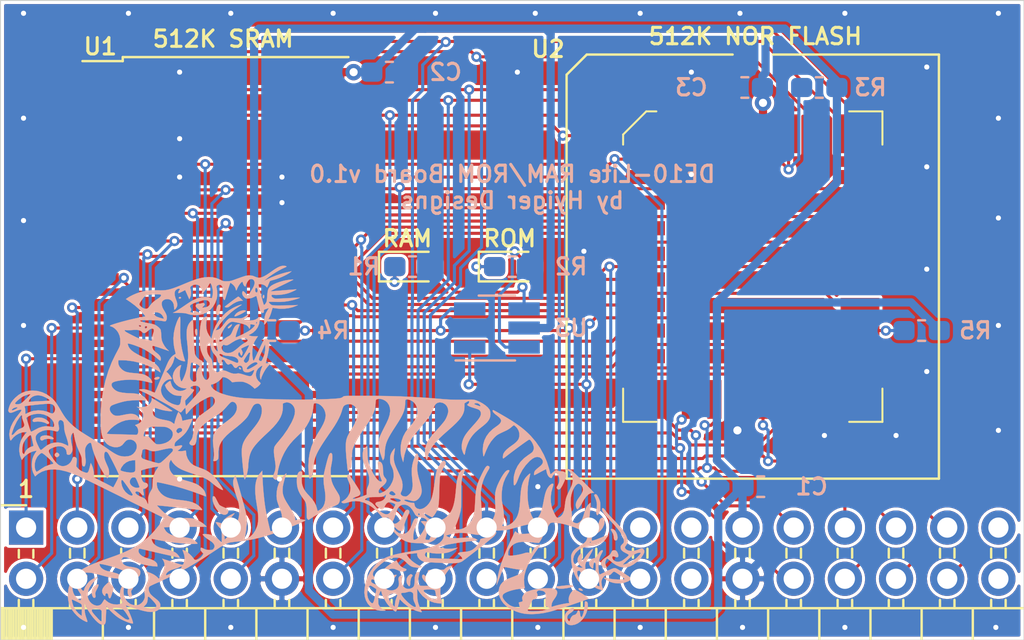
<source format=kicad_pcb>
(kicad_pcb (version 20171130) (host pcbnew "(5.1.4-0-10_14)")
  (layers (0 F.Cu signal hide) (31 B.Cu signal hide) (34 B.Paste user hide) (35 F.Paste user hide) (36 B.SilkS user) (37 F.SilkS user hide) (38 B.Mask user hide) (39 F.Mask user hide) (44 Edge.Cuts user))
  (net 0 "")
  (net 1 GND)
  (net 2 "Net-(D1-Pad2)")
  (net 3 "Net-(D1-Pad1)")
  (net 4 /D7)
  (net 5 /D6)
  (net 6 /D5)
  (net 7 /D4)
  (net 8 /D3)
  (net 9 /D2)
  (net 10 /D1)
  (net 11 /D0)
  (net 12 /~WR)
  (net 13 /~RD)
  (net 14 /ROM_~CE)
  (net 15 /RAM_~CE)
  (net 16 /A18)
  (net 17 /A17)
  (net 18 /A16)
  (net 19 /A15)
  (net 20 /A14)
  (net 21 /A13)
  (net 22 /A12)
  (net 23 /A11)
  (net 24 /A10)
  (net 25 /A9)
  (net 26 /A8)
  (net 27 /A7)
  (net 28 /A6)
  (net 29 /A5)
  (net 30 /A4)
  (net 31 /A3)
  (net 32 /A2)
  (net 33 /A1)
  (net 34 /A0)
  (net 35 VCC)
  (net 36 "Net-(D2-Pad2)")
  (net 37 "Net-(D2-Pad1)")
  (module Package_TO_SOT_SMD:SOT-23-6_Handsoldering (layer B.Cu) (at 145.288 127.762)
    (fp_text reference U3 (at 3.683 0) (layer B.SilkS) (effects (font (size 0.8128 0.8128) (thickness 0.1524)) (justify mirror)))
    (fp_text value 74LVC2G04)
    (pad 5 smd rect (at 1.35 0) (size 1.56 0.65) (layers B.Cu B.Paste B.Mask) (net 35 VCC))
    (pad 6 smd rect (at 1.35 0.95) (size 1.56 0.65) (layers B.Cu B.Paste B.Mask) (net 2 "Net-(D1-Pad2)"))
    (pad 4 smd rect (at 1.35 -0.95) (size 1.56 0.65) (layers B.Cu B.Paste B.Mask) (net 36 "Net-(D2-Pad2)"))
    (pad 3 smd rect (at -1.35 -0.95) (size 1.56 0.65) (layers B.Cu B.Paste B.Mask) (net 15 /RAM_~CE))
    (pad 2 smd rect (at -1.35 0) (size 1.56 0.65) (layers B.Cu B.Paste B.Mask) (net 1 GND))
    (pad 1 smd rect (at -1.35 0.95) (size 1.56 0.65) (layers B.Cu B.Paste B.Mask) (net 14 /ROM_~CE))
  )
  (module Resistor_SMD:R_0603_1608Metric_Pad1.05x0.95mm_HandSolder (layer B.Cu) (at 141.097 124.714 180)
    (fp_text reference R1 (at 2.413 0) (layer B.SilkS) (effects (font (size 0.8128 0.8128) (thickness 0.1524)) (justify mirror)))
    (fp_text value 360R)
    (pad 2 smd roundrect (at 0.875 0 180) (size 1.05 0.95) (layers B.Cu B.Paste B.Mask) (net 37 "Net-(D2-Pad1)"))
    (pad 1 smd roundrect (at -0.875 0 180) (size 1.05 0.95) (layers B.Cu B.Paste B.Mask) (net 1 GND))
  )
  (module LED_SMD:LED_0603_1608Metric_Pad1.05x0.95mm_HandSolder (layer F.Cu) (at 141.097 124.714)
    (fp_text reference D2 hide)
    (fp_text value GRN)
    (pad 2 smd roundrect (at 0.875 0) (size 1.05 0.95) (layers F.Cu F.Paste F.Mask) (net 36 "Net-(D2-Pad2)"))
    (pad 1 smd roundrect (at -0.875 0) (size 1.05 0.95) (layers F.Cu F.Paste F.Mask) (net 37 "Net-(D2-Pad1)"))
  )
  (module Logos:asian_tiger (layer F.Cu) (at 136.779 133.604)
    (fp_text reference G*** hide)
    (fp_text value LOGO hide)
  )
  (module Resistor_SMD:R_0603_1608Metric_Pad1.05x0.95mm_HandSolder (layer B.Cu) (at 166.37 127.889 180)
    (fp_text reference R5 (at -2.667 0) (layer B.SilkS) (effects (font (size 0.8128 0.8128) (thickness 0.1524)) (justify mirror)))
    (fp_text value 10K)
    (pad 2 smd roundrect (at 0.875 0 180) (size 1.05 0.95) (layers B.Cu B.Paste B.Mask) (net 14 /ROM_~CE))
    (pad 1 smd roundrect (at -0.875 0 180) (size 1.05 0.95) (layers B.Cu B.Paste B.Mask) (net 35 VCC))
  )
  (module Resistor_SMD:R_0603_1608Metric_Pad1.05x0.95mm_HandSolder (layer B.Cu) (at 134.112 127.889)
    (fp_text reference R4 (at 3.048 0) (layer B.SilkS) (effects (font (size 0.8128 0.8128) (thickness 0.1524)) (justify mirror)))
    (fp_text value 10K)
    (pad 2 smd roundrect (at 0.875 0) (size 1.05 0.95) (layers B.Cu B.Paste B.Mask) (net 15 /RAM_~CE))
    (pad 1 smd roundrect (at -0.875 0) (size 1.05 0.95) (layers B.Cu B.Paste B.Mask) (net 35 VCC))
  )
  (module Connector_PinSocket_2.54mm:PinSocket_2x20_P2.54mm_Horizontal (layer F.Cu) (at 121.92 137.668 90)
    (fp_text reference J1 hide)
    (fp_text value Conn_02x20_Odd_Even)
    (pad 40 thru_hole oval (at -2.54 48.26 90) (size 1.7 1.7) (drill 1) (layers *.Cu *.Mask))
    (pad 39 thru_hole oval (at 0 48.26 90) (size 1.7 1.7) (drill 1) (layers *.Cu *.Mask))
    (pad 38 thru_hole oval (at -2.54 45.72 90) (size 1.7 1.7) (drill 1) (layers *.Cu *.Mask) (net 4 /D7))
    (pad 37 thru_hole oval (at 0 45.72 90) (size 1.7 1.7) (drill 1) (layers *.Cu *.Mask) (net 5 /D6))
    (pad 36 thru_hole oval (at -2.54 43.18 90) (size 1.7 1.7) (drill 1) (layers *.Cu *.Mask) (net 6 /D5))
    (pad 35 thru_hole oval (at 0 43.18 90) (size 1.7 1.7) (drill 1) (layers *.Cu *.Mask) (net 7 /D4))
    (pad 34 thru_hole oval (at -2.54 40.64 90) (size 1.7 1.7) (drill 1) (layers *.Cu *.Mask) (net 8 /D3))
    (pad 33 thru_hole oval (at 0 40.64 90) (size 1.7 1.7) (drill 1) (layers *.Cu *.Mask) (net 9 /D2))
    (pad 32 thru_hole oval (at -2.54 38.1 90) (size 1.7 1.7) (drill 1) (layers *.Cu *.Mask) (net 10 /D1))
    (pad 31 thru_hole oval (at 0 38.1 90) (size 1.7 1.7) (drill 1) (layers *.Cu *.Mask) (net 11 /D0))
    (pad 30 thru_hole oval (at -2.54 35.56 90) (size 1.7 1.7) (drill 1) (layers *.Cu *.Mask) (net 1 GND))
    (pad 29 thru_hole oval (at 0 35.56 90) (size 1.7 1.7) (drill 1) (layers *.Cu *.Mask) (net 35 VCC))
    (pad 28 thru_hole oval (at -2.54 33.02 90) (size 1.7 1.7) (drill 1) (layers *.Cu *.Mask))
    (pad 27 thru_hole oval (at 0 33.02 90) (size 1.7 1.7) (drill 1) (layers *.Cu *.Mask))
    (pad 26 thru_hole oval (at -2.54 30.48 90) (size 1.7 1.7) (drill 1) (layers *.Cu *.Mask) (net 12 /~WR))
    (pad 25 thru_hole oval (at 0 30.48 90) (size 1.7 1.7) (drill 1) (layers *.Cu *.Mask))
    (pad 24 thru_hole oval (at -2.54 27.94 90) (size 1.7 1.7) (drill 1) (layers *.Cu *.Mask) (net 13 /~RD))
    (pad 23 thru_hole oval (at 0 27.94 90) (size 1.7 1.7) (drill 1) (layers *.Cu *.Mask) (net 14 /ROM_~CE))
    (pad 22 thru_hole oval (at -2.54 25.4 90) (size 1.7 1.7) (drill 1) (layers *.Cu *.Mask) (net 15 /RAM_~CE))
    (pad 21 thru_hole oval (at 0 25.4 90) (size 1.7 1.7) (drill 1) (layers *.Cu *.Mask) (net 16 /A18))
    (pad 20 thru_hole oval (at -2.54 22.86 90) (size 1.7 1.7) (drill 1) (layers *.Cu *.Mask) (net 17 /A17))
    (pad 19 thru_hole oval (at 0 22.86 90) (size 1.7 1.7) (drill 1) (layers *.Cu *.Mask) (net 18 /A16))
    (pad 18 thru_hole oval (at -2.54 20.32 90) (size 1.7 1.7) (drill 1) (layers *.Cu *.Mask) (net 19 /A15))
    (pad 17 thru_hole oval (at 0 20.32 90) (size 1.7 1.7) (drill 1) (layers *.Cu *.Mask) (net 20 /A14))
    (pad 16 thru_hole oval (at -2.54 17.78 90) (size 1.7 1.7) (drill 1) (layers *.Cu *.Mask) (net 21 /A13))
    (pad 15 thru_hole oval (at 0 17.78 90) (size 1.7 1.7) (drill 1) (layers *.Cu *.Mask) (net 22 /A12))
    (pad 14 thru_hole oval (at -2.54 15.24 90) (size 1.7 1.7) (drill 1) (layers *.Cu *.Mask) (net 23 /A11))
    (pad 13 thru_hole oval (at 0 15.24 90) (size 1.7 1.7) (drill 1) (layers *.Cu *.Mask) (net 24 /A10))
    (pad 12 thru_hole oval (at -2.54 12.7 90) (size 1.7 1.7) (drill 1) (layers *.Cu *.Mask) (net 1 GND))
    (pad 11 thru_hole oval (at 0 12.7 90) (size 1.7 1.7) (drill 1) (layers *.Cu *.Mask))
    (pad 10 thru_hole oval (at -2.54 10.16 90) (size 1.7 1.7) (drill 1) (layers *.Cu *.Mask) (net 25 /A9))
    (pad 9 thru_hole oval (at 0 10.16 90) (size 1.7 1.7) (drill 1) (layers *.Cu *.Mask) (net 26 /A8))
    (pad 8 thru_hole oval (at -2.54 7.62 90) (size 1.7 1.7) (drill 1) (layers *.Cu *.Mask) (net 27 /A7))
    (pad 7 thru_hole oval (at 0 7.62 90) (size 1.7 1.7) (drill 1) (layers *.Cu *.Mask) (net 28 /A6))
    (pad 6 thru_hole oval (at -2.54 5.08 90) (size 1.7 1.7) (drill 1) (layers *.Cu *.Mask) (net 29 /A5))
    (pad 5 thru_hole oval (at 0 5.08 90) (size 1.7 1.7) (drill 1) (layers *.Cu *.Mask) (net 30 /A4))
    (pad 4 thru_hole oval (at -2.54 2.54 90) (size 1.7 1.7) (drill 1) (layers *.Cu *.Mask) (net 31 /A3))
    (pad 3 thru_hole oval (at 0 2.54 90) (size 1.7 1.7) (drill 1) (layers *.Cu *.Mask) (net 32 /A2))
    (pad 2 thru_hole oval (at -2.54 0 90) (size 1.7 1.7) (drill 1) (layers *.Cu *.Mask) (net 33 /A1))
    (pad 1 thru_hole rect (at 0 0 90) (size 1.7 1.7) (drill 1) (layers *.Cu *.Mask) (net 34 /A0))
  )
  (module Package_LCC:PLCC-32_SMD-Socket (layer F.Cu) (at 157.988 124.714)
    (fp_text reference U2 (at -10.16 -10.795) (layer F.SilkS) (effects (font (size 0.8128 0.8128) (thickness 0.1524))))
    (fp_text value SST39SF040)
    (pad 28 smd rect (at 5.3225 -4.445) (size 1.925 0.7) (layers F.Cu F.Paste F.Mask) (net 21 /A13))
    (pad 27 smd rect (at 5.3225 -3.175) (size 1.925 0.7) (layers F.Cu F.Paste F.Mask) (net 26 /A8))
    (pad 26 smd rect (at 5.3225 -1.905) (size 1.925 0.7) (layers F.Cu F.Paste F.Mask) (net 25 /A9))
    (pad 25 smd rect (at 5.3225 -0.635) (size 1.925 0.7) (layers F.Cu F.Paste F.Mask) (net 23 /A11))
    (pad 24 smd rect (at 5.3225 0.635) (size 1.925 0.7) (layers F.Cu F.Paste F.Mask) (net 13 /~RD))
    (pad 23 smd rect (at 5.3225 1.905) (size 1.925 0.7) (layers F.Cu F.Paste F.Mask) (net 24 /A10))
    (pad 22 smd rect (at 5.3225 3.175) (size 1.925 0.7) (layers F.Cu F.Paste F.Mask) (net 14 /ROM_~CE))
    (pad 21 smd rect (at 5.3225 4.445) (size 1.925 0.7) (layers F.Cu F.Paste F.Mask) (net 4 /D7))
    (pad 20 smd rect (at 4.445 6.5925) (size 0.7 1.925) (layers F.Cu F.Paste F.Mask) (net 5 /D6))
    (pad 19 smd rect (at 3.175 6.5925) (size 0.7 1.925) (layers F.Cu F.Paste F.Mask) (net 6 /D5))
    (pad 18 smd rect (at 1.905 6.5925) (size 0.7 1.925) (layers F.Cu F.Paste F.Mask) (net 7 /D4))
    (pad 17 smd rect (at 0.635 6.5925) (size 0.7 1.925) (layers F.Cu F.Paste F.Mask) (net 8 /D3))
    (pad 16 smd rect (at -0.635 6.5925) (size 0.7 1.925) (layers F.Cu F.Paste F.Mask) (net 1 GND))
    (pad 15 smd rect (at -1.905 6.5925) (size 0.7 1.925) (layers F.Cu F.Paste F.Mask) (net 9 /D2))
    (pad 14 smd rect (at -3.175 6.5925) (size 0.7 1.925) (layers F.Cu F.Paste F.Mask) (net 10 /D1))
    (pad 13 smd rect (at -4.445 6.5925) (size 0.7 1.925) (layers F.Cu F.Paste F.Mask) (net 11 /D0))
    (pad 12 smd rect (at -5.3225 4.445) (size 1.925 0.7) (layers F.Cu F.Paste F.Mask) (net 34 /A0))
    (pad 11 smd rect (at -5.3225 3.175) (size 1.925 0.7) (layers F.Cu F.Paste F.Mask) (net 33 /A1))
    (pad 10 smd rect (at -5.3225 1.905) (size 1.925 0.7) (layers F.Cu F.Paste F.Mask) (net 32 /A2))
    (pad 9 smd rect (at -5.3225 0.635) (size 1.925 0.7) (layers F.Cu F.Paste F.Mask) (net 31 /A3))
    (pad 8 smd rect (at -5.3225 -0.635) (size 1.925 0.7) (layers F.Cu F.Paste F.Mask) (net 30 /A4))
    (pad 7 smd rect (at -5.3225 -1.905) (size 1.925 0.7) (layers F.Cu F.Paste F.Mask) (net 29 /A5))
    (pad 6 smd rect (at -5.3225 -3.175) (size 1.925 0.7) (layers F.Cu F.Paste F.Mask) (net 28 /A6))
    (pad 5 smd rect (at -5.3225 -4.445) (size 1.925 0.7) (layers F.Cu F.Paste F.Mask) (net 27 /A7))
    (pad 29 smd rect (at 4.445 -6.5925) (size 0.7 1.925) (layers F.Cu F.Paste F.Mask) (net 20 /A14))
    (pad 30 smd rect (at 3.175 -6.5925) (size 0.7 1.925) (layers F.Cu F.Paste F.Mask) (net 17 /A17))
    (pad 31 smd rect (at 1.905 -6.5925) (size 0.7 1.925) (layers F.Cu F.Paste F.Mask) (net 12 /~WR))
    (pad 32 smd rect (at 0.635 -6.5925) (size 0.7 1.925) (layers F.Cu F.Paste F.Mask) (net 35 VCC))
    (pad 4 smd rect (at -4.445 -6.5925) (size 0.7 1.925) (layers F.Cu F.Paste F.Mask) (net 22 /A12))
    (pad 3 smd rect (at -3.175 -6.5925) (size 0.7 1.925) (layers F.Cu F.Paste F.Mask) (net 19 /A15))
    (pad 2 smd rect (at -1.905 -6.5925) (size 0.7 1.925) (layers F.Cu F.Paste F.Mask) (net 18 /A16))
    (pad 1 smd rect (at -0.635 -6.5925) (size 0.7 1.925) (layers F.Cu F.Paste F.Mask) (net 16 /A18))
  )
  (module Package_SO:TSOP-II-32_21.0x10.2mm_P1.27mm (layer F.Cu) (at 131.318 124.714)
    (fp_text reference U1 (at -5.715 -10.922) (layer F.SilkS) (effects (font (size 0.8128 0.8128) (thickness 0.1524))))
    (fp_text value IS61C5128AS-25TLI)
    (pad 32 smd rect (at 5.6 -9.525) (size 1.6 0.6) (layers F.Cu F.Paste F.Mask) (net 35 VCC))
    (pad 31 smd rect (at 5.6 -8.255) (size 1.6 0.6) (layers F.Cu F.Paste F.Mask) (net 19 /A15))
    (pad 30 smd rect (at 5.6 -6.985) (size 1.6 0.6) (layers F.Cu F.Paste F.Mask) (net 16 /A18))
    (pad 29 smd rect (at 5.6 -5.715) (size 1.6 0.6) (layers F.Cu F.Paste F.Mask) (net 12 /~WR))
    (pad 28 smd rect (at 5.6 -4.445) (size 1.6 0.6) (layers F.Cu F.Paste F.Mask) (net 21 /A13))
    (pad 27 smd rect (at 5.6 -3.175) (size 1.6 0.6) (layers F.Cu F.Paste F.Mask) (net 26 /A8))
    (pad 26 smd rect (at 5.6 -1.905) (size 1.6 0.6) (layers F.Cu F.Paste F.Mask) (net 25 /A9))
    (pad 25 smd rect (at 5.6 -0.625) (size 1.6 0.6) (layers F.Cu F.Paste F.Mask) (net 23 /A11))
    (pad 24 smd rect (at 5.6 0.625) (size 1.6 0.6) (layers F.Cu F.Paste F.Mask) (net 13 /~RD))
    (pad 23 smd rect (at 5.6 1.905) (size 1.6 0.6) (layers F.Cu F.Paste F.Mask) (net 24 /A10))
    (pad 22 smd rect (at 5.6 3.175) (size 1.6 0.6) (layers F.Cu F.Paste F.Mask) (net 15 /RAM_~CE))
    (pad 21 smd rect (at 5.6 4.445) (size 1.6 0.6) (layers F.Cu F.Paste F.Mask) (net 4 /D7))
    (pad 20 smd rect (at 5.6 5.715) (size 1.6 0.6) (layers F.Cu F.Paste F.Mask) (net 5 /D6))
    (pad 19 smd rect (at 5.6 6.985) (size 1.6 0.6) (layers F.Cu F.Paste F.Mask) (net 6 /D5))
    (pad 18 smd rect (at 5.6 8.255) (size 1.6 0.6) (layers F.Cu F.Paste F.Mask) (net 7 /D4))
    (pad 17 smd rect (at 5.6 9.525) (size 1.6 0.6) (layers F.Cu F.Paste F.Mask) (net 8 /D3))
    (pad 16 smd rect (at -5.6 9.525) (size 1.6 0.6) (layers F.Cu F.Paste F.Mask) (net 1 GND))
    (pad 15 smd rect (at -5.6 8.255) (size 1.6 0.6) (layers F.Cu F.Paste F.Mask) (net 9 /D2))
    (pad 14 smd rect (at -5.6 6.985) (size 1.6 0.6) (layers F.Cu F.Paste F.Mask) (net 10 /D1))
    (pad 13 smd rect (at -5.6 5.715) (size 1.6 0.6) (layers F.Cu F.Paste F.Mask) (net 11 /D0))
    (pad 12 smd rect (at -5.6 4.445) (size 1.6 0.6) (layers F.Cu F.Paste F.Mask) (net 34 /A0))
    (pad 11 smd rect (at -5.6 3.175) (size 1.6 0.6) (layers F.Cu F.Paste F.Mask) (net 33 /A1))
    (pad 10 smd rect (at -5.6 1.905) (size 1.6 0.6) (layers F.Cu F.Paste F.Mask) (net 32 /A2))
    (pad 9 smd rect (at -5.6 0.625) (size 1.6 0.6) (layers F.Cu F.Paste F.Mask) (net 31 /A3))
    (pad 8 smd rect (at -5.6 -0.625) (size 1.6 0.6) (layers F.Cu F.Paste F.Mask) (net 30 /A4))
    (pad 7 smd rect (at -5.6 -1.905) (size 1.6 0.6) (layers F.Cu F.Paste F.Mask) (net 29 /A5))
    (pad 6 smd rect (at -5.6 -3.175) (size 1.6 0.6) (layers F.Cu F.Paste F.Mask) (net 28 /A6))
    (pad 5 smd rect (at -5.6 -4.445) (size 1.6 0.6) (layers F.Cu F.Paste F.Mask) (net 27 /A7))
    (pad 4 smd rect (at -5.6 -5.715) (size 1.6 0.6) (layers F.Cu F.Paste F.Mask) (net 22 /A12))
    (pad 3 smd rect (at -5.6 -6.985) (size 1.6 0.6) (layers F.Cu F.Paste F.Mask) (net 20 /A14))
    (pad 2 smd rect (at -5.6 -8.255) (size 1.6 0.6) (layers F.Cu F.Paste F.Mask) (net 18 /A16))
    (pad 1 smd rect (at -5.6 -9.525) (size 1.6 0.6) (layers F.Cu F.Paste F.Mask) (net 17 /A17))
  )
  (module Resistor_SMD:R_0603_1608Metric_Pad1.05x0.95mm_HandSolder (layer B.Cu) (at 161.29 115.824 180)
    (fp_text reference R3 (at -2.54 0) (layer B.SilkS) (effects (font (size 0.8128 0.8128) (thickness 0.1524)) (justify mirror)))
    (fp_text value 10K)
    (pad 2 smd roundrect (at 0.875 0 180) (size 1.05 0.95) (layers B.Cu B.Paste B.Mask) (net 12 /~WR))
    (pad 1 smd roundrect (at -0.875 0 180) (size 1.05 0.95) (layers B.Cu B.Paste B.Mask) (net 35 VCC))
  )
  (module Resistor_SMD:R_0603_1608Metric_Pad1.05x0.95mm_HandSolder (layer B.Cu) (at 146.05 124.714 180)
    (fp_text reference R2 (at -2.921 0) (layer B.SilkS) (effects (font (size 0.8128 0.8128) (thickness 0.1524)) (justify mirror)))
    (fp_text value 360R)
    (pad 2 smd roundrect (at 0.875 0 180) (size 1.05 0.95) (layers B.Cu B.Paste B.Mask) (net 3 "Net-(D1-Pad1)"))
    (pad 1 smd roundrect (at -0.875 0 180) (size 1.05 0.95) (layers B.Cu B.Paste B.Mask) (net 1 GND))
  )
  (module LED_SMD:LED_0603_1608Metric_Pad1.05x0.95mm_HandSolder (layer F.Cu) (at 146.05 124.714)
    (fp_text reference D1 hide)
    (fp_text value GRN)
    (pad 2 smd roundrect (at 0.875 0) (size 1.05 0.95) (layers F.Cu F.Paste F.Mask) (net 2 "Net-(D1-Pad2)"))
    (pad 1 smd roundrect (at -0.875 0) (size 1.05 0.95) (layers F.Cu F.Paste F.Mask) (net 3 "Net-(D1-Pad1)"))
  )
  (module Capacitor_SMD:C_0603_1608Metric_Pad1.05x0.95mm_HandSolder (layer B.Cu) (at 157.593 115.824 180)
    (fp_text reference C3 (at 2.653 0) (layer B.SilkS) (effects (font (size 0.8128 0.8128) (thickness 0.1524)) (justify mirror)))
    (fp_text value 100nF)
    (pad 2 smd roundrect (at 0.875 0 180) (size 1.05 0.95) (layers B.Cu B.Paste B.Mask) (net 1 GND))
    (pad 1 smd roundrect (at -0.875 0 180) (size 1.05 0.95) (layers B.Cu B.Paste B.Mask) (net 35 VCC))
  )
  (module Capacitor_SMD:C_0603_1608Metric_Pad1.05x0.95mm_HandSolder (layer B.Cu) (at 139.954 115.062)
    (fp_text reference C2 (at 2.794 0) (layer B.SilkS) (effects (font (size 0.8128 0.8128) (thickness 0.1524)) (justify mirror)))
    (fp_text value 100nF)
    (pad 2 smd roundrect (at 0.875 0) (size 1.05 0.95) (layers B.Cu B.Paste B.Mask) (net 1 GND))
    (pad 1 smd roundrect (at -0.875 0) (size 1.05 0.95) (layers B.Cu B.Paste B.Mask) (net 35 VCC))
  )
  (module Capacitor_SMD:C_0603_1608Metric_Pad1.05x0.95mm_HandSolder (layer B.Cu) (at 158.383 135.636)
    (fp_text reference C1 (at 2.526 0) (layer B.SilkS) (effects (font (size 0.8128 0.8128) (thickness 0.1524)) (justify mirror)))
    (fp_text value 100nF)
    (pad 2 smd roundrect (at 0.875 0) (size 1.05 0.95) (layers B.Cu B.Paste B.Mask) (net 1 GND))
    (pad 1 smd roundrect (at -0.875 0) (size 1.05 0.95) (layers B.Cu B.Paste B.Mask) (net 35 VCC))
  )
  (gr_text RAM (at 140.843 123.317) (layer F.SilkS) (effects (font (size 0.8128 0.8128) (thickness 0.1524))))
  (gr_text "DE10-Lite RAM/ROM Board v1.0\nby Hyiger Designs" (at 146.05 120.777) (layer B.SilkS) (effects (font (size 0.8128 0.8128) (thickness 0.1524)) (justify mirror)))
  (gr_text 1 (at 121.92 135.763) (layer F.SilkS) (effects (font (size 0.8128 0.8128) (thickness 0.1524))))
  (gr_text "512K NOR FLASH" (at 158.115 113.284) (layer F.SilkS) (effects (font (size 0.8128 0.8128) (thickness 0.1524))))
  (gr_text "512K SRAM" (at 131.699 113.411) (layer F.SilkS) (effects (font (size 0.8128 0.8128) (thickness 0.1524))))
  (gr_text ROM (at 145.923 123.317) (layer F.SilkS) (effects (font (size 0.8128 0.8128) (thickness 0.1524))))
  (gr_line (start 171.45 143.256) (end 120.65 143.256) (layer Edge.Cuts) (width 0.05))
  (gr_line (start 171.45 111.506) (end 171.45 143.256) (layer Edge.Cuts) (width 0.05))
  (gr_line (start 120.65 111.506) (end 171.45 111.506) (layer Edge.Cuts) (width 0.05))
  (gr_line (start 120.65 143.256) (end 120.65 111.506) (layer Edge.Cuts) (width 0.05))
  (segment (start 158.685601 136.208399) (end 159.258 135.636) (width 0.4064) (layer B.Cu) (net 1))
  (segment (start 158.685601 139.002399) (end 158.685601 136.208399) (width 0.4064) (layer B.Cu) (net 1))
  (segment (start 157.48 140.208) (end 158.685601 139.002399) (width 0.4064) (layer B.Cu) (net 1))
  (via (at 157.226 132.842) (size 0.8128) (drill 0.4064) (layers F.Cu B.Cu) (net 1))
  (segment (start 157.353 132.715) (end 157.226 132.842) (width 0.4064) (layer F.Cu) (net 1))
  (segment (start 157.353 131.3065) (end 157.353 132.715) (width 0.4064) (layer F.Cu) (net 1))
  (via (at 165.1 133.096) (size 0.508) (drill 0.254) (layers F.Cu B.Cu) (net 1))
  (via (at 129.54 115.062) (size 0.508) (drill 0.254) (layers F.Cu B.Cu) (net 1))
  (via (at 154.94 115.062) (size 0.508) (drill 0.254) (layers F.Cu B.Cu) (net 1))
  (via (at 129.54 118.364) (size 0.508) (drill 0.254) (layers F.Cu B.Cu) (net 1))
  (via (at 154.94 120.142) (size 0.508) (drill 0.254) (layers F.Cu B.Cu) (net 1))
  (via (at 134.62 120.269) (size 0.508) (drill 0.254) (layers F.Cu B.Cu) (net 1))
  (via (at 134.62 121.539) (size 0.508) (drill 0.254) (layers F.Cu B.Cu) (net 1))
  (via (at 161.544 133.096) (size 0.508) (drill 0.254) (layers F.Cu B.Cu) (net 1))
  (via (at 149.606 123.952) (size 0.508) (drill 0.254) (layers F.Cu B.Cu) (net 1))
  (via (at 147.32 135.636) (size 0.508) (drill 0.254) (layers F.Cu B.Cu) (net 1))
  (via (at 170.18 112.141) (size 0.508) (drill 0.254) (layers F.Cu B.Cu) (net 1))
  (via (at 121.793 112.141) (size 0.508) (drill 0.254) (layers F.Cu B.Cu) (net 1))
  (via (at 142.24 112.141) (size 0.508) (drill 0.254) (layers F.Cu B.Cu) (net 1))
  (via (at 170.053 142.621) (size 0.508) (drill 0.254) (layers F.Cu B.Cu) (net 1))
  (via (at 121.793 142.621) (size 0.508) (drill 0.254) (layers F.Cu B.Cu) (net 1))
  (via (at 147.32 142.621) (size 0.508) (drill 0.254) (layers F.Cu B.Cu) (net 1))
  (via (at 132.08 112.141) (size 0.508) (drill 0.254) (layers F.Cu B.Cu) (net 1))
  (via (at 170.18 117.348) (size 0.508) (drill 0.254) (layers F.Cu B.Cu) (net 1))
  (via (at 137.16 112.141) (size 0.508) (drill 0.254) (layers F.Cu B.Cu) (net 1))
  (via (at 170.18 122.301) (size 0.508) (drill 0.254) (layers F.Cu B.Cu) (net 1))
  (via (at 127 112.141) (size 0.508) (drill 0.254) (layers F.Cu B.Cu) (net 1))
  (via (at 170.18 127.635) (size 0.508) (drill 0.254) (layers F.Cu B.Cu) (net 1))
  (via (at 152.4 142.621) (size 0.508) (drill 0.254) (layers F.Cu B.Cu) (net 1))
  (via (at 170.18 132.842) (size 0.508) (drill 0.254) (layers F.Cu B.Cu) (net 1))
  (via (at 157.48 142.621) (size 0.508) (drill 0.254) (layers F.Cu B.Cu) (net 1))
  (via (at 121.793 117.348) (size 0.508) (drill 0.254) (layers F.Cu B.Cu) (net 1))
  (via (at 121.793 122.428) (size 0.508) (drill 0.254) (layers F.Cu B.Cu) (net 1))
  (via (at 121.793 127.635) (size 0.508) (drill 0.254) (layers F.Cu B.Cu) (net 1))
  (via (at 127 142.621) (size 0.508) (drill 0.254) (layers F.Cu B.Cu) (net 1))
  (via (at 132.08 142.621) (size 0.508) (drill 0.254) (layers F.Cu B.Cu) (net 1))
  (via (at 137.16 142.621) (size 0.508) (drill 0.254) (layers F.Cu B.Cu) (net 1))
  (via (at 142.24 142.621) (size 0.508) (drill 0.254) (layers F.Cu B.Cu) (net 1))
  (via (at 162.56 142.621) (size 0.508) (drill 0.254) (layers F.Cu B.Cu) (net 1))
  (via (at 147.193 112.141) (size 0.508) (drill 0.254) (layers F.Cu B.Cu) (net 1))
  (via (at 152.4 112.141) (size 0.508) (drill 0.254) (layers F.Cu B.Cu) (net 1))
  (via (at 157.353 112.141) (size 0.508) (drill 0.254) (layers F.Cu B.Cu) (net 1))
  (via (at 162.56 112.141) (size 0.508) (drill 0.254) (layers F.Cu B.Cu) (net 1))
  (segment (start 157.48 135.664) (end 157.508 135.636) (width 0.4064) (layer B.Cu) (net 35))
  (segment (start 157.48 137.668) (end 157.48 135.664) (width 0.4064) (layer B.Cu) (net 35))
  (via (at 138.176 115.062) (size 0.8128) (drill 0.4064) (layers F.Cu B.Cu) (net 35))
  (segment (start 139.079 115.062) (end 138.176 115.062) (width 0.4064) (layer B.Cu) (net 35))
  (segment (start 137.045 115.062) (end 136.918 115.189) (width 0.4064) (layer F.Cu) (net 35))
  (segment (start 138.176 115.062) (end 137.045 115.062) (width 0.4064) (layer F.Cu) (net 35))
  (via (at 158.496 116.586) (size 0.8128) (drill 0.4064) (layers F.Cu B.Cu) (net 35))
  (segment (start 158.468 116.558) (end 158.496 116.586) (width 0.4064) (layer B.Cu) (net 35))
  (segment (start 158.468 115.824) (end 158.468 116.558) (width 0.4064) (layer B.Cu) (net 35))
  (segment (start 158.496 117.9945) (end 158.623 118.1215) (width 0.4064) (layer F.Cu) (net 35))
  (segment (start 158.496 116.586) (end 158.496 117.9945) (width 0.4064) (layer F.Cu) (net 35))
  (segment (start 141.111 113.03) (end 139.079 115.062) (width 0.4064) (layer B.Cu) (net 35))
  (segment (start 141.111 113.03) (end 139.578072 114.562928) (width 0.4064) (layer B.Cu) (net 35))
  (segment (start 156.21 126.492) (end 162.165 120.537) (width 0.4064) (layer B.Cu) (net 35))
  (segment (start 156.21 134.338) (end 156.21 126.492) (width 0.4064) (layer B.Cu) (net 35))
  (segment (start 157.508 135.636) (end 156.21 134.338) (width 0.4064) (layer B.Cu) (net 35))
  (segment (start 162.165 120.537) (end 162.165 115.824) (width 0.4064) (layer B.Cu) (net 35))
  (segment (start 141.238 112.903) (end 141.111 113.03) (width 0.4064) (layer B.Cu) (net 35))
  (segment (start 157.861 112.903) (end 148.209 112.903) (width 0.4064) (layer B.Cu) (net 35))
  (segment (start 159.5685 112.903) (end 158.623 112.903) (width 0.4064) (layer B.Cu) (net 35))
  (segment (start 162.165 115.4995) (end 162.165 115.824) (width 0.4064) (layer B.Cu) (net 35))
  (segment (start 159.5685 112.903) (end 162.165 115.4995) (width 0.4064) (layer B.Cu) (net 35))
  (segment (start 141.732 112.903) (end 159.5685 112.903) (width 0.4064) (layer B.Cu) (net 35))
  (segment (start 158.623 115.094) (end 158.623 112.903) (width 0.4064) (layer B.Cu) (net 35))
  (segment (start 158.468 115.249) (end 158.623 115.094) (width 0.4064) (layer B.Cu) (net 35))
  (segment (start 158.468 115.824) (end 158.468 115.249) (width 0.4064) (layer B.Cu) (net 35))
  (segment (start 133.237 127.889) (end 133.237 113.143) (width 0.4064) (layer B.Cu) (net 35))
  (segment (start 133.477 112.903) (end 141.732 112.903) (width 0.4064) (layer B.Cu) (net 35))
  (segment (start 133.237 113.143) (end 133.477 112.903) (width 0.4064) (layer B.Cu) (net 35))
  (segment (start 141.732 112.903) (end 141.238 112.903) (width 0.4064) (layer B.Cu) (net 35))
  (segment (start 165.848 126.492) (end 156.21 126.492) (width 0.4064) (layer B.Cu) (net 35))
  (segment (start 167.245 127.889) (end 165.848 126.492) (width 0.4064) (layer B.Cu) (net 35))
  (via (at 144.272 124.714) (size 0.508) (drill 0.254) (layers F.Cu B.Cu) (net 3))
  (segment (start 145.175 124.714) (end 144.272 124.714) (width 0.1524) (layer B.Cu) (net 3))
  (segment (start 144.272 124.714) (end 145.175 124.714) (width 0.1524) (layer F.Cu) (net 3))
  (segment (start 150.941518 129.159) (end 151.520119 128.580399) (width 0.1524) (layer F.Cu) (net 4))
  (segment (start 161.616999 128.580399) (end 162.1956 129.159) (width 0.1524) (layer F.Cu) (net 4))
  (segment (start 151.520119 128.580399) (end 161.616999 128.580399) (width 0.1524) (layer F.Cu) (net 4))
  (segment (start 162.1956 129.159) (end 163.3105 129.159) (width 0.1524) (layer F.Cu) (net 4))
  (segment (start 136.918 129.159) (end 150.941518 129.159) (width 0.1524) (layer F.Cu) (net 4))
  (segment (start 168.718601 135.069501) (end 163.3105 129.6614) (width 0.1524) (layer F.Cu) (net 4))
  (segment (start 168.718601 139.129399) (end 168.718601 135.069501) (width 0.1524) (layer F.Cu) (net 4))
  (segment (start 163.3105 129.6614) (end 163.3105 129.159) (width 0.1524) (layer F.Cu) (net 4))
  (segment (start 167.64 140.208) (end 168.718601 139.129399) (width 0.1524) (layer F.Cu) (net 4))
  (segment (start 161.482189 129.743189) (end 162.433 130.694) (width 0.1524) (layer F.Cu) (net 5))
  (segment (start 152.646451 130.048) (end 152.951262 129.743189) (width 0.1524) (layer F.Cu) (net 5))
  (segment (start 152.951262 129.743189) (end 161.482189 129.743189) (width 0.1524) (layer F.Cu) (net 5))
  (segment (start 137.299 130.048) (end 152.646451 130.048) (width 0.1524) (layer F.Cu) (net 5))
  (segment (start 162.433 130.694) (end 162.433 131.3065) (width 0.1524) (layer F.Cu) (net 5))
  (segment (start 136.918 130.429) (end 137.299 130.048) (width 0.1524) (layer F.Cu) (net 5))
  (segment (start 162.433 132.715) (end 162.433 131.3065) (width 0.1524) (layer F.Cu) (net 5))
  (segment (start 167.386 137.668) (end 162.433 132.715) (width 0.1524) (layer F.Cu) (net 5))
  (segment (start 167.64 137.668) (end 167.386 137.668) (width 0.1524) (layer F.Cu) (net 5))
  (segment (start 161.163 131.919) (end 161.163 131.3065) (width 0.1524) (layer F.Cu) (net 6))
  (segment (start 166.178601 136.934601) (end 161.163 131.919) (width 0.1524) (layer F.Cu) (net 6))
  (segment (start 166.178601 139.129399) (end 166.178601 136.934601) (width 0.1524) (layer F.Cu) (net 6))
  (segment (start 165.1 140.208) (end 166.178601 139.129399) (width 0.1524) (layer F.Cu) (net 6))
  (segment (start 153.077518 130.048) (end 160.517 130.048) (width 0.1524) (layer F.Cu) (net 6))
  (segment (start 151.172518 131.953) (end 153.077518 130.048) (width 0.1524) (layer F.Cu) (net 6))
  (segment (start 160.517 130.048) (end 161.163 130.694) (width 0.1524) (layer F.Cu) (net 6))
  (segment (start 137.172 131.953) (end 151.172518 131.953) (width 0.1524) (layer F.Cu) (net 6))
  (segment (start 161.163 130.694) (end 161.163 131.3065) (width 0.1524) (layer F.Cu) (net 6))
  (segment (start 136.918 131.699) (end 137.172 131.953) (width 0.1524) (layer F.Cu) (net 6))
  (segment (start 159.893 132.461) (end 159.893 131.3065) (width 0.1524) (layer F.Cu) (net 7))
  (segment (start 165.1 137.668) (end 159.893 132.461) (width 0.1524) (layer F.Cu) (net 7))
  (segment (start 154.247454 133.242835) (end 154.609105 133.242835) (width 0.1524) (layer F.Cu) (net 7))
  (segment (start 154.934055 133.567785) (end 158.244215 133.567785) (width 0.1524) (layer F.Cu) (net 7))
  (segment (start 154.609105 133.242835) (end 154.934055 133.567785) (width 0.1524) (layer F.Cu) (net 7))
  (segment (start 159.893 131.919) (end 159.893 131.3065) (width 0.1524) (layer F.Cu) (net 7))
  (segment (start 136.918 132.969) (end 153.973619 132.969) (width 0.1524) (layer F.Cu) (net 7))
  (segment (start 153.973619 132.969) (end 154.247454 133.242835) (width 0.1524) (layer F.Cu) (net 7))
  (segment (start 158.244215 133.567785) (end 159.893 131.919) (width 0.1524) (layer F.Cu) (net 7))
  (via (at 158.75 134.366) (size 0.508) (drill 0.254) (layers F.Cu B.Cu) (net 8))
  (via (at 158.496 132.588) (size 0.508) (drill 0.254) (layers F.Cu B.Cu) (net 8))
  (segment (start 158.496 131.4335) (end 158.623 131.3065) (width 0.1524) (layer F.Cu) (net 8))
  (segment (start 158.496 132.588) (end 158.496 131.4335) (width 0.1524) (layer F.Cu) (net 8))
  (segment (start 160.85433 134.366) (end 158.75 134.366) (width 0.1524) (layer F.Cu) (net 8))
  (segment (start 163.638601 137.150271) (end 160.85433 134.366) (width 0.1524) (layer F.Cu) (net 8))
  (segment (start 163.638601 139.129399) (end 163.638601 137.150271) (width 0.1524) (layer F.Cu) (net 8))
  (segment (start 162.56 140.208) (end 163.638601 139.129399) (width 0.1524) (layer F.Cu) (net 8))
  (segment (start 155.630872 134.112001) (end 158.496001 134.112001) (width 0.1524) (layer F.Cu) (net 8))
  (segment (start 158.496001 134.112001) (end 158.75 134.366) (width 0.1524) (layer F.Cu) (net 8))
  (segment (start 155.503873 134.239) (end 155.630872 134.112001) (width 0.1524) (layer F.Cu) (net 8))
  (segment (start 136.918 134.239) (end 155.503873 134.239) (width 0.1524) (layer F.Cu) (net 8))
  (segment (start 158.75 132.842) (end 158.496 132.588) (width 0.1524) (layer B.Cu) (net 8))
  (segment (start 158.75 134.366) (end 158.75 132.842) (width 0.1524) (layer B.Cu) (net 8))
  (via (at 155.720997 134.702007) (size 0.508) (drill 0.254) (layers F.Cu B.Cu) (net 9))
  (segment (start 155.720997 132.708607) (end 155.60039 132.588) (width 0.1524) (layer B.Cu) (net 9))
  (segment (start 156.083 131.3065) (end 156.083 132.4214) (width 0.1524) (layer F.Cu) (net 9))
  (segment (start 155.9164 132.588) (end 155.60039 132.588) (width 0.1524) (layer F.Cu) (net 9))
  (segment (start 155.720997 134.702007) (end 155.720997 132.708607) (width 0.1524) (layer B.Cu) (net 9))
  (via (at 155.60039 132.588) (size 0.508) (drill 0.254) (layers F.Cu B.Cu) (net 9))
  (segment (start 156.083 132.4214) (end 155.9164 132.588) (width 0.1524) (layer F.Cu) (net 9))
  (segment (start 156.080207 134.702007) (end 155.720997 134.702007) (width 0.1524) (layer F.Cu) (net 9))
  (segment (start 156.252199 134.873999) (end 156.080207 134.702007) (width 0.1524) (layer F.Cu) (net 9))
  (segment (start 160.781999 134.873999) (end 156.252199 134.873999) (width 0.1524) (layer F.Cu) (net 9))
  (segment (start 162.56 136.652) (end 160.781999 134.873999) (width 0.1524) (layer F.Cu) (net 9))
  (segment (start 162.56 137.668) (end 162.56 136.652) (width 0.1524) (layer F.Cu) (net 9))
  (segment (start 155.361787 134.702007) (end 155.720997 134.702007) (width 0.1524) (layer F.Cu) (net 9))
  (segment (start 155.207152 134.856642) (end 155.361787 134.702007) (width 0.1524) (layer F.Cu) (net 9))
  (segment (start 134.112 132.969) (end 135.999642 134.856642) (width 0.1524) (layer F.Cu) (net 9))
  (segment (start 125.718 132.969) (end 134.112 132.969) (width 0.1524) (layer F.Cu) (net 9))
  (segment (start 135.999642 134.856642) (end 155.207152 134.856642) (width 0.1524) (layer F.Cu) (net 9))
  (segment (start 154.813 131.919) (end 154.813 131.3065) (width 0.1524) (layer F.Cu) (net 10))
  (segment (start 154.711389 132.053455) (end 154.45739 132.307454) (width 0.1524) (layer F.Cu) (net 10))
  (via (at 154.45739 132.307454) (size 0.508) (drill 0.254) (layers F.Cu B.Cu) (net 10))
  (segment (start 154.813 131.951844) (end 154.711389 132.053455) (width 0.1524) (layer F.Cu) (net 10))
  (via (at 154.45739 135.89) (size 0.508) (drill 0.254) (layers F.Cu B.Cu) (net 10))
  (segment (start 154.813 131.3065) (end 154.813 131.951844) (width 0.1524) (layer F.Cu) (net 10))
  (via (at 154.378283 133.725445) (size 0.508) (drill 0.254) (layers F.Cu B.Cu) (net 10))
  (segment (start 154.203391 133.550553) (end 154.378283 133.725445) (width 0.1524) (layer B.Cu) (net 10))
  (segment (start 154.45739 135.89) (end 154.45739 133.804552) (width 0.1524) (layer B.Cu) (net 10))
  (segment (start 154.203391 132.561453) (end 154.203391 133.550553) (width 0.1524) (layer B.Cu) (net 10))
  (segment (start 154.45739 132.307454) (end 154.203391 132.561453) (width 0.1524) (layer B.Cu) (net 10))
  (segment (start 154.45739 133.804552) (end 154.378283 133.725445) (width 0.1524) (layer B.Cu) (net 10))
  (segment (start 154.8166 135.89) (end 154.45739 135.89) (width 0.1524) (layer F.Cu) (net 10))
  (segment (start 156.21 137.2834) (end 154.8166 135.89) (width 0.1524) (layer F.Cu) (net 10))
  (segment (start 158.242 138.938) (end 156.972 138.938) (width 0.1524) (layer F.Cu) (net 10))
  (segment (start 156.972 138.938) (end 156.21 138.176) (width 0.1524) (layer F.Cu) (net 10))
  (segment (start 159.512 140.208) (end 158.242 138.938) (width 0.1524) (layer F.Cu) (net 10))
  (segment (start 156.21 138.176) (end 156.21 137.2834) (width 0.1524) (layer F.Cu) (net 10))
  (segment (start 160.02 140.208) (end 159.512 140.208) (width 0.1524) (layer F.Cu) (net 10))
  (segment (start 127.304066 131.699) (end 128.269255 132.664189) (width 0.1524) (layer F.Cu) (net 10))
  (segment (start 128.269255 132.664189) (end 134.238256 132.664189) (width 0.1524) (layer F.Cu) (net 10))
  (segment (start 125.718 131.699) (end 127.304066 131.699) (width 0.1524) (layer F.Cu) (net 10))
  (segment (start 135.203487 133.629421) (end 153.923049 133.629421) (width 0.1524) (layer F.Cu) (net 10))
  (segment (start 154.019073 133.725445) (end 154.378283 133.725445) (width 0.1524) (layer F.Cu) (net 10))
  (segment (start 134.238256 132.664189) (end 135.203487 133.629421) (width 0.1524) (layer F.Cu) (net 10))
  (segment (start 153.923049 133.629421) (end 154.019073 133.725445) (width 0.1524) (layer F.Cu) (net 10))
  (segment (start 156.655399 136.589399) (end 155.448 135.382) (width 0.1524) (layer F.Cu) (net 11))
  (segment (start 160.02 137.668) (end 158.941399 136.589399) (width 0.1524) (layer F.Cu) (net 11))
  (segment (start 158.941399 136.589399) (end 156.655399 136.589399) (width 0.1524) (layer F.Cu) (net 11))
  (via (at 155.448 135.382) (size 0.508) (drill 0.254) (layers F.Cu B.Cu) (net 11))
  (segment (start 155.448 135.382) (end 155.448 135.143262) (width 0.1524) (layer B.Cu) (net 11))
  (segment (start 153.543 132.107314) (end 154.266871 132.831185) (width 0.1524) (layer F.Cu) (net 11))
  (via (at 155.165704 133.085184) (size 0.508) (drill 0.254) (layers F.Cu B.Cu) (net 11))
  (segment (start 154.911705 132.831185) (end 155.165704 133.085184) (width 0.1524) (layer F.Cu) (net 11))
  (segment (start 155.448 135.143262) (end 155.165704 134.860966) (width 0.1524) (layer B.Cu) (net 11))
  (segment (start 154.266871 132.831185) (end 154.911705 132.831185) (width 0.1524) (layer F.Cu) (net 11))
  (segment (start 155.165704 134.860966) (end 155.165704 133.085184) (width 0.1524) (layer B.Cu) (net 11))
  (segment (start 153.543 131.3065) (end 153.543 132.107314) (width 0.1524) (layer F.Cu) (net 11))
  (segment (start 153.0406 131.3065) (end 153.543 131.3065) (width 0.1524) (layer F.Cu) (net 11))
  (segment (start 126.6704 130.429) (end 128.5754 132.334) (width 0.1524) (layer F.Cu) (net 11))
  (segment (start 152.0131 132.334) (end 153.0406 131.3065) (width 0.1524) (layer F.Cu) (net 11))
  (segment (start 125.718 130.429) (end 126.6704 130.429) (width 0.1524) (layer F.Cu) (net 11))
  (segment (start 128.5754 132.334) (end 152.0131 132.334) (width 0.1524) (layer F.Cu) (net 11))
  (via (at 159.766 119.888) (size 0.508) (drill 0.254) (layers F.Cu B.Cu) (net 12))
  (segment (start 159.766 118.2485) (end 159.893 118.1215) (width 0.1524) (layer F.Cu) (net 12))
  (segment (start 159.766 119.888) (end 159.766 118.2485) (width 0.1524) (layer F.Cu) (net 12))
  (via (at 166.624 114.808) (size 0.508) (drill 0.254) (layers F.Cu B.Cu) (net 1))
  (via (at 166.624 119.761) (size 0.508) (drill 0.254) (layers F.Cu B.Cu) (net 1))
  (via (at 166.624 124.841) (size 0.508) (drill 0.254) (layers F.Cu B.Cu) (net 1))
  (via (at 166.624 129.921) (size 0.508) (drill 0.254) (layers F.Cu B.Cu) (net 1))
  (via (at 129.54 135.255) (size 0.508) (drill 0.254) (layers F.Cu B.Cu) (net 1))
  (via (at 134.493 135.255) (size 0.508) (drill 0.254) (layers F.Cu B.Cu) (net 1))
  (via (at 129.54 120.269) (size 0.508) (drill 0.254) (layers F.Cu B.Cu) (net 1))
  (via (at 146.304 115.062) (size 0.508) (drill 0.254) (layers F.Cu B.Cu) (net 1))
  (segment (start 146.169855 123.958855) (end 146.05 123.958855) (width 0.1524) (layer F.Cu) (net 2))
  (segment (start 146.925 124.714) (end 146.169855 123.958855) (width 0.1524) (layer F.Cu) (net 2))
  (via (at 146.169855 123.958855) (size 0.508) (drill 0.254) (layers F.Cu B.Cu) (net 2))
  (segment (start 146.05 124.07871) (end 146.169855 123.958855) (width 0.1524) (layer B.Cu) (net 2))
  (segment (start 146.05 125.476) (end 146.05 124.07871) (width 0.1524) (layer B.Cu) (net 2))
  (segment (start 145.7056 128.712) (end 145.415 128.4214) (width 0.1524) (layer B.Cu) (net 2))
  (segment (start 145.415 126.111) (end 146.05 125.476) (width 0.1524) (layer B.Cu) (net 2))
  (segment (start 145.415 128.4214) (end 145.415 126.111) (width 0.1524) (layer B.Cu) (net 2))
  (segment (start 146.638 128.712) (end 145.7056 128.712) (width 0.1524) (layer B.Cu) (net 2))
  (segment (start 160.274 119.38) (end 159.766 119.888) (width 0.1524) (layer B.Cu) (net 12))
  (segment (start 160.274 115.965) (end 160.274 119.38) (width 0.1524) (layer B.Cu) (net 12))
  (segment (start 160.415 115.824) (end 160.274 115.965) (width 0.1524) (layer B.Cu) (net 12))
  (via (at 151.13 119.38) (size 0.508) (drill 0.254) (layers F.Cu B.Cu) (net 12))
  (segment (start 159.495412 119.617412) (end 159.766 119.888) (width 0.1524) (layer F.Cu) (net 12))
  (segment (start 151.13 119.38) (end 152.646451 119.38) (width 0.1524) (layer F.Cu) (net 12))
  (segment (start 152.883863 119.617412) (end 159.495412 119.617412) (width 0.1524) (layer F.Cu) (net 12))
  (segment (start 152.646451 119.38) (end 152.883863 119.617412) (width 0.1524) (layer F.Cu) (net 12))
  (segment (start 137.354588 119.435588) (end 136.918 118.999) (width 0.1524) (layer F.Cu) (net 12))
  (segment (start 150.876 119.634) (end 138.225549 119.634) (width 0.1524) (layer F.Cu) (net 12))
  (segment (start 151.13 119.38) (end 150.876 119.634) (width 0.1524) (layer F.Cu) (net 12))
  (segment (start 138.225549 119.634) (end 138.027137 119.435588) (width 0.1524) (layer F.Cu) (net 12))
  (segment (start 138.027137 119.435588) (end 137.354588 119.435588) (width 0.1524) (layer F.Cu) (net 12))
  (segment (start 153.478601 121.728601) (end 152.3365 120.5865) (width 0.1524) (layer B.Cu) (net 12))
  (segment (start 153.478601 139.129399) (end 153.478601 121.728601) (width 0.1524) (layer B.Cu) (net 12))
  (segment (start 152.4 140.208) (end 153.478601 139.129399) (width 0.1524) (layer B.Cu) (net 12))
  (segment (start 152.3365 120.5865) (end 151.13 119.38) (width 0.1524) (layer B.Cu) (net 12))
  (segment (start 152.4 120.65) (end 152.3365 120.5865) (width 0.1524) (layer B.Cu) (net 12))
  (via (at 150.876 124.714) (size 0.508) (drill 0.254) (layers F.Cu B.Cu) (net 13))
  (segment (start 150.938601 124.776601) (end 150.876 124.714) (width 0.1524) (layer B.Cu) (net 13))
  (segment (start 150.938601 139.129399) (end 150.938601 124.776601) (width 0.1524) (layer B.Cu) (net 13))
  (segment (start 149.86 140.208) (end 150.938601 139.129399) (width 0.1524) (layer B.Cu) (net 13))
  (segment (start 162.179 125.349) (end 163.3105 125.349) (width 0.1524) (layer F.Cu) (net 13))
  (segment (start 161.544 124.714) (end 162.179 125.349) (width 0.1524) (layer F.Cu) (net 13))
  (segment (start 150.876 124.714) (end 161.544 124.714) (width 0.1524) (layer F.Cu) (net 13))
  (segment (start 149.174189 126.288811) (end 139.115811 126.288811) (width 0.1524) (layer F.Cu) (net 13))
  (segment (start 138.166 125.339) (end 136.918 125.339) (width 0.1524) (layer F.Cu) (net 13))
  (segment (start 150.749 124.714) (end 149.174189 126.288811) (width 0.1524) (layer F.Cu) (net 13))
  (segment (start 139.115811 126.288811) (end 138.166 125.339) (width 0.1524) (layer F.Cu) (net 13))
  (segment (start 150.876 124.714) (end 150.749 124.714) (width 0.1524) (layer F.Cu) (net 13))
  (via (at 164.592 127.889) (size 0.508) (drill 0.254) (layers F.Cu B.Cu) (net 14))
  (segment (start 165.495 127.889) (end 164.592 127.889) (width 0.1524) (layer B.Cu) (net 14))
  (segment (start 164.592 127.889) (end 163.3105 127.889) (width 0.1524) (layer F.Cu) (net 14))
  (segment (start 143.938 130.509) (end 143.891 130.556) (width 0.1524) (layer B.Cu) (net 14))
  (via (at 143.891 130.556) (size 0.508) (drill 0.254) (layers F.Cu B.Cu) (net 14))
  (segment (start 143.938 128.712) (end 143.938 130.509) (width 0.1524) (layer B.Cu) (net 14))
  (segment (start 162.1956 127.889) (end 161.560601 127.254001) (width 0.1524) (layer F.Cu) (net 14))
  (segment (start 161.560601 127.254001) (end 150.184715 127.254001) (width 0.1524) (layer F.Cu) (net 14))
  (via (at 149.896239 127.542477) (size 0.508) (drill 0.254) (layers F.Cu B.Cu) (net 14))
  (segment (start 150.150238 127.288478) (end 149.896239 127.542477) (width 0.1524) (layer F.Cu) (net 14))
  (segment (start 150.184715 127.254001) (end 150.150238 127.288478) (width 0.1524) (layer F.Cu) (net 14))
  (segment (start 163.3105 127.889) (end 162.1956 127.889) (width 0.1524) (layer F.Cu) (net 14))
  (via (at 149.733008 130.556) (size 0.508) (drill 0.254) (layers F.Cu B.Cu) (net 14))
  (segment (start 143.891 130.556) (end 144.25021 130.556) (width 0.1524) (layer F.Cu) (net 14))
  (segment (start 144.25021 130.556) (end 149.733008 130.556) (width 0.1524) (layer F.Cu) (net 14))
  (segment (start 149.733008 127.705708) (end 149.896239 127.542477) (width 0.1524) (layer B.Cu) (net 14))
  (segment (start 149.733008 137.541008) (end 149.733008 127.705708) (width 0.1524) (layer B.Cu) (net 14))
  (segment (start 149.86 137.668) (end 149.733008 137.541008) (width 0.1524) (layer B.Cu) (net 14))
  (via (at 135.763 127.889) (size 0.508) (drill 0.254) (layers F.Cu B.Cu) (net 15))
  (segment (start 134.987 127.889) (end 135.763 127.889) (width 0.1524) (layer B.Cu) (net 15))
  (segment (start 135.763 127.889) (end 136.918 127.889) (width 0.1524) (layer F.Cu) (net 15))
  (segment (start 148.74515 127.889) (end 148.869421 127.764729) (width 0.1524) (layer F.Cu) (net 15))
  (segment (start 147.32 140.208) (end 148.398601 139.129399) (width 0.1524) (layer B.Cu) (net 15))
  (via (at 148.869421 127.764729) (size 0.508) (drill 0.254) (layers F.Cu B.Cu) (net 15))
  (segment (start 148.869421 136.679451) (end 148.869421 127.764729) (width 0.1524) (layer B.Cu) (net 15))
  (segment (start 148.398601 137.150271) (end 148.869421 136.679451) (width 0.1524) (layer B.Cu) (net 15))
  (segment (start 148.398601 139.129399) (end 148.398601 137.150271) (width 0.1524) (layer B.Cu) (net 15))
  (segment (start 142.494 127.889) (end 148.74515 127.889) (width 0.1524) (layer F.Cu) (net 15))
  (segment (start 136.918 127.889) (end 142.494 127.889) (width 0.1524) (layer F.Cu) (net 15))
  (via (at 142.494 127.889) (size 0.508) (drill 0.254) (layers F.Cu B.Cu) (net 15))
  (segment (start 142.494 127.381) (end 142.494 127.889) (width 0.1524) (layer B.Cu) (net 15))
  (segment (start 142.494 127.3236) (end 142.494 127.381) (width 0.1524) (layer B.Cu) (net 15))
  (segment (start 143.0056 126.812) (end 142.494 127.3236) (width 0.1524) (layer B.Cu) (net 15))
  (segment (start 143.938 126.812) (end 143.0056 126.812) (width 0.1524) (layer B.Cu) (net 15))
  (segment (start 148.080531 117.729) (end 148.56461 118.213079) (width 0.1524) (layer F.Cu) (net 16))
  (via (at 148.56461 118.213079) (size 0.508) (drill 0.254) (layers F.Cu B.Cu) (net 16))
  (segment (start 156.774399 119.312601) (end 153.010118 119.312601) (width 0.1524) (layer F.Cu) (net 16))
  (segment (start 136.918 117.729) (end 148.080531 117.729) (width 0.1524) (layer F.Cu) (net 16))
  (segment (start 157.353 118.1215) (end 157.353 118.734) (width 0.1524) (layer F.Cu) (net 16))
  (segment (start 157.353 118.734) (end 156.774399 119.312601) (width 0.1524) (layer F.Cu) (net 16))
  (segment (start 153.010118 119.312601) (end 151.910596 118.213079) (width 0.1524) (layer F.Cu) (net 16))
  (segment (start 151.910596 118.213079) (end 148.56461 118.213079) (width 0.1524) (layer F.Cu) (net 16))
  (segment (start 148.386811 118.390878) (end 148.56461 118.213079) (width 0.1524) (layer B.Cu) (net 16))
  (segment (start 148.386811 136.601189) (end 148.386811 118.390878) (width 0.1524) (layer B.Cu) (net 16))
  (segment (start 147.32 137.668) (end 148.386811 136.601189) (width 0.1524) (layer B.Cu) (net 16))
  (segment (start 161.163 118.1215) (end 161.163 117.509) (width 0.1524) (layer F.Cu) (net 17))
  (segment (start 157.954 114.3) (end 144.272 114.3) (width 0.1524) (layer F.Cu) (net 17))
  (segment (start 161.163 117.509) (end 157.954 114.3) (width 0.1524) (layer F.Cu) (net 17))
  (via (at 144.272 114.3) (size 0.508) (drill 0.254) (layers F.Cu B.Cu) (net 17))
  (segment (start 144.018 114.046) (end 144.272 114.3) (width 0.1524) (layer F.Cu) (net 17))
  (segment (start 127.8134 114.046) (end 144.018 114.046) (width 0.1524) (layer F.Cu) (net 17))
  (segment (start 126.6704 115.189) (end 127.8134 114.046) (width 0.1524) (layer F.Cu) (net 17))
  (segment (start 125.718 115.189) (end 126.6704 115.189) (width 0.1524) (layer F.Cu) (net 17))
  (segment (start 144.525999 114.553999) (end 144.272 114.3) (width 0.1524) (layer B.Cu) (net 17))
  (segment (start 143.484622 124.787125) (end 144.525999 123.745748) (width 0.1524) (layer B.Cu) (net 17))
  (segment (start 141.986 127.127) (end 143.484622 125.628378) (width 0.1524) (layer B.Cu) (net 17))
  (segment (start 143.484622 125.628378) (end 143.484622 124.787125) (width 0.1524) (layer B.Cu) (net 17))
  (segment (start 141.986 133.223) (end 141.986 127.127) (width 0.1524) (layer B.Cu) (net 17))
  (segment (start 144.525999 123.745748) (end 144.525999 114.553999) (width 0.1524) (layer B.Cu) (net 17))
  (segment (start 145.858601 137.095601) (end 141.986 133.223) (width 0.1524) (layer B.Cu) (net 17))
  (segment (start 145.858601 139.129399) (end 145.858601 137.095601) (width 0.1524) (layer B.Cu) (net 17))
  (segment (start 144.78 140.208) (end 145.858601 139.129399) (width 0.1524) (layer B.Cu) (net 17))
  (segment (start 154.504399 115.930399) (end 156.083 117.509) (width 0.1524) (layer F.Cu) (net 18))
  (segment (start 126.6704 116.459) (end 127.199001 115.930399) (width 0.1524) (layer F.Cu) (net 18))
  (segment (start 156.083 117.509) (end 156.083 118.1215) (width 0.1524) (layer F.Cu) (net 18))
  (segment (start 127.199001 115.930399) (end 154.504399 115.930399) (width 0.1524) (layer F.Cu) (net 18))
  (segment (start 125.718 116.459) (end 126.6704 116.459) (width 0.1524) (layer F.Cu) (net 18))
  (via (at 143.911605 115.930399) (size 0.508) (drill 0.254) (layers F.Cu B.Cu) (net 18))
  (segment (start 144.78 136.465919) (end 141.681189 133.367108) (width 0.1524) (layer B.Cu) (net 18))
  (segment (start 143.911605 123.929075) (end 143.911605 116.289609) (width 0.1524) (layer B.Cu) (net 18))
  (segment (start 144.78 137.668) (end 144.78 136.465919) (width 0.1524) (layer B.Cu) (net 18))
  (segment (start 141.681189 127.000744) (end 143.179811 125.502122) (width 0.1524) (layer B.Cu) (net 18))
  (segment (start 143.179811 124.660869) (end 143.911605 123.929075) (width 0.1524) (layer B.Cu) (net 18))
  (segment (start 141.681189 133.367108) (end 141.681189 127.000744) (width 0.1524) (layer B.Cu) (net 18))
  (segment (start 143.179811 125.502122) (end 143.179811 124.660869) (width 0.1524) (layer B.Cu) (net 18))
  (segment (start 143.911605 116.289609) (end 143.911605 115.930399) (width 0.1524) (layer B.Cu) (net 18))
  (segment (start 154.813 117.509) (end 154.813 118.1215) (width 0.1524) (layer F.Cu) (net 19))
  (segment (start 153.763 116.459) (end 154.813 117.509) (width 0.1524) (layer F.Cu) (net 19))
  (segment (start 136.918 116.459) (end 153.763 116.459) (width 0.1524) (layer F.Cu) (net 19))
  (via (at 142.875 116.459) (size 0.508) (drill 0.254) (layers F.Cu B.Cu) (net 19))
  (segment (start 142.875 125.375866) (end 142.875 116.81821) (width 0.1524) (layer B.Cu) (net 19))
  (segment (start 141.376378 126.874488) (end 142.875 125.375866) (width 0.1524) (layer B.Cu) (net 19))
  (segment (start 142.24 140.208) (end 143.51 138.938) (width 0.1524) (layer B.Cu) (net 19))
  (segment (start 142.875 116.81821) (end 142.875 116.459) (width 0.1524) (layer B.Cu) (net 19))
  (segment (start 143.51 138.938) (end 143.51 135.636) (width 0.1524) (layer B.Cu) (net 19))
  (segment (start 143.51 135.636) (end 141.376378 133.502378) (width 0.1524) (layer B.Cu) (net 19))
  (segment (start 141.376378 133.502378) (end 141.376378 126.874488) (width 0.1524) (layer B.Cu) (net 19))
  (segment (start 162.433 118.734) (end 162.433 118.1215) (width 0.1524) (layer F.Cu) (net 20))
  (via (at 142.748 113.56339) (size 0.508) (drill 0.254) (layers F.Cu B.Cu) (net 20))
  (segment (start 162.433 117.509) (end 162.433 118.1215) (width 0.1524) (layer F.Cu) (net 20))
  (segment (start 125.857518 113.538) (end 158.462 113.538) (width 0.1524) (layer F.Cu) (net 20))
  (segment (start 124.46 114.935518) (end 125.857518 113.538) (width 0.1524) (layer F.Cu) (net 20))
  (segment (start 124.46 116.971) (end 124.46 114.935518) (width 0.1524) (layer F.Cu) (net 20))
  (segment (start 158.462 113.538) (end 162.433 117.509) (width 0.1524) (layer F.Cu) (net 20))
  (segment (start 125.218 117.729) (end 124.46 116.971) (width 0.1524) (layer F.Cu) (net 20))
  (segment (start 125.718 117.729) (end 125.218 117.729) (width 0.1524) (layer F.Cu) (net 20))
  (segment (start 141.605 114.70639) (end 142.748 113.56339) (width 0.1524) (layer B.Cu) (net 20))
  (segment (start 141.605 115.951) (end 141.605 114.70639) (width 0.1524) (layer B.Cu) (net 20))
  (segment (start 142.24 137.668) (end 142.24 134.874) (width 0.1524) (layer B.Cu) (net 20))
  (segment (start 141.097 126.722799) (end 141.097 116.459) (width 0.1524) (layer B.Cu) (net 20))
  (segment (start 141.097 116.459) (end 141.605 115.951) (width 0.1524) (layer B.Cu) (net 20))
  (segment (start 141.071567 126.748232) (end 141.097 126.722799) (width 0.1524) (layer B.Cu) (net 20))
  (segment (start 141.071567 133.705567) (end 141.071567 126.748232) (width 0.1524) (layer B.Cu) (net 20))
  (segment (start 142.24 134.874) (end 141.071567 133.705567) (width 0.1524) (layer B.Cu) (net 20))
  (segment (start 138.449001 120.847601) (end 161.616999 120.847601) (width 0.1524) (layer F.Cu) (net 21))
  (segment (start 161.616999 120.847601) (end 162.1956 120.269) (width 0.1524) (layer F.Cu) (net 21))
  (segment (start 137.8704 120.269) (end 138.449001 120.847601) (width 0.1524) (layer F.Cu) (net 21))
  (segment (start 162.1956 120.269) (end 163.3105 120.269) (width 0.1524) (layer F.Cu) (net 21))
  (segment (start 136.918 120.269) (end 137.8704 120.269) (width 0.1524) (layer F.Cu) (net 21))
  (via (at 140.462 120.777) (size 0.508) (drill 0.254) (layers F.Cu B.Cu) (net 21))
  (segment (start 140.462 121.13621) (end 140.462 120.777) (width 0.1524) (layer B.Cu) (net 21))
  (segment (start 140.462 123.19) (end 140.462 121.13621) (width 0.1524) (layer B.Cu) (net 21))
  (segment (start 139.192 135.56367) (end 139.192 124.46) (width 0.1524) (layer B.Cu) (net 21))
  (segment (start 140.778601 139.129399) (end 140.778601 137.150271) (width 0.1524) (layer B.Cu) (net 21))
  (segment (start 140.778601 137.150271) (end 139.192 135.56367) (width 0.1524) (layer B.Cu) (net 21))
  (segment (start 139.192 124.46) (end 140.462 123.19) (width 0.1524) (layer B.Cu) (net 21))
  (segment (start 139.7 140.208) (end 140.778601 139.129399) (width 0.1524) (layer B.Cu) (net 21))
  (segment (start 139.615391 117.200399) (end 139.974601 117.200399) (width 0.1524) (layer F.Cu) (net 22))
  (segment (start 153.0406 118.1215) (end 152.119499 117.200399) (width 0.1524) (layer F.Cu) (net 22))
  (segment (start 126.6704 118.999) (end 128.469001 117.200399) (width 0.1524) (layer F.Cu) (net 22))
  (segment (start 125.718 118.999) (end 126.6704 118.999) (width 0.1524) (layer F.Cu) (net 22))
  (segment (start 153.543 118.1215) (end 153.0406 118.1215) (width 0.1524) (layer F.Cu) (net 22))
  (segment (start 152.119499 117.200399) (end 139.974601 117.200399) (width 0.1524) (layer F.Cu) (net 22))
  (segment (start 128.469001 117.200399) (end 139.615391 117.200399) (width 0.1524) (layer F.Cu) (net 22))
  (via (at 139.974601 117.200399) (size 0.508) (drill 0.254) (layers F.Cu B.Cu) (net 22))
  (segment (start 139.974601 123.169399) (end 139.974601 117.559609) (width 0.1524) (layer B.Cu) (net 22))
  (segment (start 139.974601 117.559609) (end 139.974601 117.200399) (width 0.1524) (layer B.Cu) (net 22))
  (segment (start 138.887189 136.855189) (end 138.887189 124.256811) (width 0.1524) (layer B.Cu) (net 22))
  (segment (start 138.887189 124.256811) (end 139.974601 123.169399) (width 0.1524) (layer B.Cu) (net 22))
  (segment (start 139.7 137.668) (end 138.887189 136.855189) (width 0.1524) (layer B.Cu) (net 22))
  (segment (start 137.16 140.208) (end 138.582378 138.785622) (width 0.1524) (layer B.Cu) (net 23))
  (via (at 138.543697 123.377299) (size 0.508) (drill 0.254) (layers F.Cu B.Cu) (net 23))
  (segment (start 136.918 124.089) (end 137.8704 124.089) (width 0.1524) (layer F.Cu) (net 23))
  (segment (start 137.8704 124.089) (end 138.543697 123.415703) (width 0.1524) (layer F.Cu) (net 23))
  (segment (start 138.543697 123.415703) (end 138.543697 123.377299) (width 0.1524) (layer F.Cu) (net 23))
  (segment (start 138.582378 138.785622) (end 138.582378 123.77519) (width 0.1524) (layer B.Cu) (net 23))
  (segment (start 138.582378 123.77519) (end 138.543697 123.736509) (width 0.1524) (layer B.Cu) (net 23))
  (segment (start 138.543697 123.736509) (end 138.543697 123.377299) (width 0.1524) (layer B.Cu) (net 23))
  (segment (start 161.616999 123.500399) (end 151.520119 123.500399) (width 0.1524) (layer F.Cu) (net 23))
  (segment (start 163.3105 124.079) (end 162.1956 124.079) (width 0.1524) (layer F.Cu) (net 23))
  (segment (start 138.797696 123.1233) (end 138.543697 123.377299) (width 0.1524) (layer F.Cu) (net 23))
  (segment (start 162.1956 124.079) (end 161.616999 123.500399) (width 0.1524) (layer F.Cu) (net 23))
  (segment (start 151.520119 123.500399) (end 151.14302 123.1233) (width 0.1524) (layer F.Cu) (net 23))
  (segment (start 151.14302 123.1233) (end 149.922616 123.1233) (width 0.1524) (layer F.Cu) (net 23))
  (segment (start 149.557506 122.758189) (end 139.162807 122.758189) (width 0.1524) (layer F.Cu) (net 23))
  (segment (start 139.162807 122.758189) (end 138.797696 123.1233) (width 0.1524) (layer F.Cu) (net 23))
  (segment (start 149.922616 123.1233) (end 149.557506 122.758189) (width 0.1524) (layer F.Cu) (net 23))
  (via (at 138.099768 126.619) (size 0.508) (drill 0.254) (layers F.Cu B.Cu) (net 24))
  (segment (start 138.176 126.695232) (end 138.099768 126.619) (width 0.1524) (layer B.Cu) (net 24))
  (segment (start 138.176 136.652) (end 138.176 126.695232) (width 0.1524) (layer B.Cu) (net 24))
  (segment (start 137.16 137.668) (end 138.176 136.652) (width 0.1524) (layer B.Cu) (net 24))
  (segment (start 150.284735 126.040399) (end 161.616999 126.040399) (width 0.1524) (layer F.Cu) (net 24))
  (segment (start 161.616999 126.040399) (end 162.1956 126.619) (width 0.1524) (layer F.Cu) (net 24))
  (segment (start 138.099768 126.619) (end 138.379201 126.898433) (width 0.1524) (layer F.Cu) (net 24))
  (segment (start 162.1956 126.619) (end 163.3105 126.619) (width 0.1524) (layer F.Cu) (net 24))
  (segment (start 149.426701 126.898433) (end 150.284735 126.040399) (width 0.1524) (layer F.Cu) (net 24))
  (segment (start 136.918 126.619) (end 138.099768 126.619) (width 0.1524) (layer F.Cu) (net 24))
  (segment (start 138.379201 126.898433) (end 149.426701 126.898433) (width 0.1524) (layer F.Cu) (net 24))
  (via (at 131.826 122.555) (size 0.508) (drill 0.254) (layers F.Cu B.Cu) (net 25))
  (segment (start 136.918 122.809) (end 132.079999 122.808999) (width 0.1524) (layer F.Cu) (net 25))
  (segment (start 132.079999 122.808999) (end 131.826 122.555) (width 0.1524) (layer F.Cu) (net 25))
  (segment (start 131.445 122.936) (end 131.826 122.555) (width 0.1524) (layer B.Cu) (net 25))
  (segment (start 131.445 135.255) (end 131.445 122.936) (width 0.1524) (layer B.Cu) (net 25))
  (segment (start 133.223 137.033) (end 131.445 135.255) (width 0.1524) (layer B.Cu) (net 25))
  (segment (start 133.223 139.065) (end 133.223 137.033) (width 0.1524) (layer B.Cu) (net 25))
  (segment (start 132.08 140.208) (end 133.223 139.065) (width 0.1524) (layer B.Cu) (net 25))
  (segment (start 161.616999 122.230399) (end 162.1956 122.809) (width 0.1524) (layer F.Cu) (net 25))
  (segment (start 162.1956 122.809) (end 163.3105 122.809) (width 0.1524) (layer F.Cu) (net 25))
  (segment (start 149.89185 122.230399) (end 161.616999 122.230399) (width 0.1524) (layer F.Cu) (net 25))
  (segment (start 137.8704 122.809) (end 138.530833 122.148567) (width 0.1524) (layer F.Cu) (net 25))
  (segment (start 138.530833 122.148567) (end 149.810018 122.148567) (width 0.1524) (layer F.Cu) (net 25))
  (segment (start 149.810018 122.148567) (end 149.89185 122.230399) (width 0.1524) (layer F.Cu) (net 25))
  (segment (start 136.918 122.809) (end 137.8704 122.809) (width 0.1524) (layer F.Cu) (net 25))
  (via (at 131.826 120.904) (size 0.508) (drill 0.254) (layers F.Cu B.Cu) (net 26))
  (segment (start 164.846 118.872) (end 164.846 120.616) (width 0.1524) (layer F.Cu) (net 26))
  (segment (start 124.155189 114.809262) (end 125.934451 113.03) (width 0.1524) (layer F.Cu) (net 26))
  (segment (start 159.004 113.03) (end 164.846 118.872) (width 0.1524) (layer F.Cu) (net 26))
  (segment (start 124.206 120.396) (end 124.206 117.148067) (width 0.1524) (layer F.Cu) (net 26))
  (segment (start 164.846 120.616) (end 163.923 121.539) (width 0.1524) (layer F.Cu) (net 26))
  (segment (start 125.934451 113.03) (end 159.004 113.03) (width 0.1524) (layer F.Cu) (net 26))
  (segment (start 124.206 117.148067) (end 124.155189 117.097256) (width 0.1524) (layer F.Cu) (net 26))
  (segment (start 136.918 121.539) (end 135.9656 121.539) (width 0.1524) (layer F.Cu) (net 26))
  (segment (start 124.714 120.904) (end 124.206 120.396) (width 0.1524) (layer F.Cu) (net 26))
  (segment (start 135.3306 120.904) (end 124.714 120.904) (width 0.1524) (layer F.Cu) (net 26))
  (segment (start 124.155189 117.097256) (end 124.155189 114.809262) (width 0.1524) (layer F.Cu) (net 26))
  (segment (start 163.923 121.539) (end 163.3105 121.539) (width 0.1524) (layer F.Cu) (net 26))
  (segment (start 135.9656 121.539) (end 135.3306 120.904) (width 0.1524) (layer F.Cu) (net 26))
  (segment (start 131.140189 136.728189) (end 131.140189 121.589811) (width 0.1524) (layer B.Cu) (net 26))
  (segment (start 131.572001 121.157999) (end 131.826 120.904) (width 0.1524) (layer B.Cu) (net 26))
  (segment (start 131.140189 121.589811) (end 131.572001 121.157999) (width 0.1524) (layer B.Cu) (net 26))
  (segment (start 132.08 137.668) (end 131.140189 136.728189) (width 0.1524) (layer B.Cu) (net 26))
  (via (at 130.81 119.634) (size 0.508) (drill 0.254) (layers F.Cu B.Cu) (net 27))
  (segment (start 129.54 140.208) (end 130.81 138.938) (width 0.1524) (layer B.Cu) (net 27))
  (segment (start 130.81 138.938) (end 130.81 119.634) (width 0.1524) (layer B.Cu) (net 27))
  (segment (start 140.821801 120.167395) (end 140.923406 120.269) (width 0.1524) (layer F.Cu) (net 27))
  (segment (start 125.718 120.269) (end 126.6704 120.269) (width 0.1524) (layer F.Cu) (net 27))
  (segment (start 140.923406 120.269) (end 151.5506 120.269) (width 0.1524) (layer F.Cu) (net 27))
  (segment (start 137.228332 119.740399) (end 137.900881 119.740399) (width 0.1524) (layer F.Cu) (net 27))
  (segment (start 127.3054 119.634) (end 137.121933 119.634) (width 0.1524) (layer F.Cu) (net 27))
  (segment (start 137.121933 119.634) (end 137.228332 119.740399) (width 0.1524) (layer F.Cu) (net 27))
  (segment (start 151.5506 120.269) (end 152.6655 120.269) (width 0.1524) (layer F.Cu) (net 27))
  (segment (start 137.900881 119.740399) (end 138.327877 120.167395) (width 0.1524) (layer F.Cu) (net 27))
  (segment (start 138.327877 120.167395) (end 140.821801 120.167395) (width 0.1524) (layer F.Cu) (net 27))
  (segment (start 126.6704 120.269) (end 127.3054 119.634) (width 0.1524) (layer F.Cu) (net 27))
  (via (at 130.195603 122.067601) (size 0.508) (drill 0.254) (layers F.Cu B.Cu) (net 28))
  (segment (start 130.429 122.300998) (end 130.195603 122.067601) (width 0.1524) (layer B.Cu) (net 28))
  (segment (start 130.429 136.779) (end 130.429 122.300998) (width 0.1524) (layer B.Cu) (net 28))
  (segment (start 129.54 137.668) (end 130.429 136.779) (width 0.1524) (layer B.Cu) (net 28))
  (segment (start 151.2966 121.793) (end 151.5506 121.539) (width 0.1524) (layer F.Cu) (net 28))
  (segment (start 138.175482 121.793) (end 151.2966 121.793) (width 0.1524) (layer F.Cu) (net 28))
  (segment (start 151.5506 121.539) (end 152.6655 121.539) (width 0.1524) (layer F.Cu) (net 28))
  (segment (start 137.900881 122.067601) (end 138.175482 121.793) (width 0.1524) (layer F.Cu) (net 28))
  (segment (start 127.199001 122.067601) (end 137.900881 122.067601) (width 0.1524) (layer F.Cu) (net 28))
  (segment (start 126.6704 121.539) (end 127.199001 122.067601) (width 0.1524) (layer F.Cu) (net 28))
  (segment (start 125.718 121.539) (end 126.6704 121.539) (width 0.1524) (layer F.Cu) (net 28))
  (via (at 129.286 123.444) (size 0.508) (drill 0.254) (layers F.Cu B.Cu) (net 29))
  (segment (start 128.078601 124.651399) (end 129.286 123.444) (width 0.1524) (layer B.Cu) (net 29))
  (segment (start 127 140.208) (end 128.078601 139.129399) (width 0.1524) (layer B.Cu) (net 29))
  (segment (start 128.078601 139.129399) (end 128.078601 124.651399) (width 0.1524) (layer B.Cu) (net 29))
  (segment (start 149.683762 122.453378) (end 150.039383 122.809) (width 0.1524) (layer F.Cu) (net 29))
  (segment (start 126.6704 122.809) (end 127.3054 123.444) (width 0.1524) (layer F.Cu) (net 29))
  (segment (start 150.039383 122.809) (end 151.5506 122.809) (width 0.1524) (layer F.Cu) (net 29))
  (segment (start 138.785104 122.453378) (end 149.683762 122.453378) (width 0.1524) (layer F.Cu) (net 29))
  (segment (start 125.718 122.809) (end 126.6704 122.809) (width 0.1524) (layer F.Cu) (net 29))
  (segment (start 127.3054 123.444) (end 137.794482 123.444) (width 0.1524) (layer F.Cu) (net 29))
  (segment (start 137.794482 123.444) (end 138.785104 122.453378) (width 0.1524) (layer F.Cu) (net 29))
  (segment (start 151.5506 122.809) (end 152.6655 122.809) (width 0.1524) (layer F.Cu) (net 29))
  (via (at 127.942707 124.104779) (size 0.508) (drill 0.254) (layers F.Cu B.Cu) (net 30))
  (segment (start 127.926928 124.089) (end 127.942707 124.104779) (width 0.1524) (layer F.Cu) (net 30))
  (segment (start 125.718 124.089) (end 127.926928 124.089) (width 0.1524) (layer F.Cu) (net 30))
  (segment (start 127.762 124.285486) (end 127.942707 124.104779) (width 0.1524) (layer B.Cu) (net 30))
  (segment (start 127.762 136.906) (end 127.762 124.285486) (width 0.1524) (layer B.Cu) (net 30))
  (segment (start 127 137.668) (end 127.762 136.906) (width 0.1524) (layer B.Cu) (net 30))
  (segment (start 135.706759 124.714) (end 135.198759 124.206) (width 0.1524) (layer F.Cu) (net 30))
  (segment (start 135.198759 124.206) (end 128.043928 124.206) (width 0.1524) (layer F.Cu) (net 30))
  (segment (start 138.049 124.714) (end 135.706759 124.714) (width 0.1524) (layer F.Cu) (net 30))
  (segment (start 149.844495 123.476245) (end 149.43125 123.063) (width 0.1524) (layer F.Cu) (net 30))
  (segment (start 151.5506 124.079) (end 150.947845 123.476245) (width 0.1524) (layer F.Cu) (net 30))
  (segment (start 152.6655 124.079) (end 151.5506 124.079) (width 0.1524) (layer F.Cu) (net 30))
  (segment (start 150.947845 123.476245) (end 149.844495 123.476245) (width 0.1524) (layer F.Cu) (net 30))
  (segment (start 128.043928 124.206) (end 127.942707 124.104779) (width 0.1524) (layer F.Cu) (net 30))
  (segment (start 149.43125 123.063) (end 139.7 123.063) (width 0.1524) (layer F.Cu) (net 30))
  (segment (start 139.7 123.063) (end 138.049 124.714) (width 0.1524) (layer F.Cu) (net 30))
  (segment (start 125.538601 139.129399) (end 125.538601 126.508885) (width 0.1524) (layer B.Cu) (net 31))
  (via (at 126.772007 125.275479) (size 0.508) (drill 0.254) (layers F.Cu B.Cu) (net 31))
  (segment (start 124.46 140.208) (end 125.538601 139.129399) (width 0.1524) (layer B.Cu) (net 31))
  (segment (start 125.538601 126.508885) (end 126.772007 125.275479) (width 0.1524) (layer B.Cu) (net 31))
  (segment (start 151.5506 125.349) (end 152.6655 125.349) (width 0.1524) (layer F.Cu) (net 31))
  (segment (start 150.545067 125.349) (end 151.5506 125.349) (width 0.1524) (layer F.Cu) (net 31))
  (segment (start 149.300445 126.593622) (end 150.545067 125.349) (width 0.1524) (layer F.Cu) (net 31))
  (segment (start 125.718 125.339) (end 126.6704 125.339) (width 0.1524) (layer F.Cu) (net 31))
  (segment (start 138.303 125.984) (end 138.912622 126.593622) (width 0.1524) (layer F.Cu) (net 31))
  (segment (start 127.3154 125.984) (end 138.303 125.984) (width 0.1524) (layer F.Cu) (net 31))
  (segment (start 126.6704 125.339) (end 127.3154 125.984) (width 0.1524) (layer F.Cu) (net 31))
  (segment (start 138.912622 126.593622) (end 149.300445 126.593622) (width 0.1524) (layer F.Cu) (net 31))
  (via (at 124.206 126.746) (size 0.508) (drill 0.254) (layers F.Cu B.Cu) (net 32))
  (segment (start 124.46 127) (end 124.206 126.746) (width 0.1524) (layer B.Cu) (net 32))
  (segment (start 124.46 137.668) (end 124.46 135.255) (width 0.1524) (layer B.Cu) (net 32))
  (segment (start 125.591 126.746) (end 125.718 126.619) (width 0.1524) (layer F.Cu) (net 32))
  (segment (start 124.206 126.746) (end 125.591 126.746) (width 0.1524) (layer F.Cu) (net 32))
  (segment (start 124.46 135.255) (end 124.46 127) (width 0.1524) (layer B.Cu) (net 32))
  (via (at 124.46 135.255) (size 0.508) (drill 0.254) (layers F.Cu B.Cu) (net 32))
  (segment (start 150.137201 126.619) (end 151.5506 126.619) (width 0.1524) (layer F.Cu) (net 32))
  (segment (start 126.6704 126.619) (end 127.199001 127.147601) (width 0.1524) (layer F.Cu) (net 32))
  (segment (start 127.199001 127.147601) (end 138.197302 127.147601) (width 0.1524) (layer F.Cu) (net 32))
  (segment (start 125.718 126.619) (end 126.6704 126.619) (width 0.1524) (layer F.Cu) (net 32))
  (segment (start 138.252945 127.203244) (end 149.552957 127.203244) (width 0.1524) (layer F.Cu) (net 32))
  (segment (start 138.197302 127.147601) (end 138.252945 127.203244) (width 0.1524) (layer F.Cu) (net 32))
  (segment (start 149.552957 127.203244) (end 150.137201 126.619) (width 0.1524) (layer F.Cu) (net 32))
  (segment (start 151.5506 126.619) (end 152.6655 126.619) (width 0.1524) (layer F.Cu) (net 32))
  (segment (start 151.5506 127.889) (end 152.6655 127.889) (width 0.1524) (layer F.Cu) (net 33))
  (segment (start 151.021999 128.417601) (end 151.5506 127.889) (width 0.1524) (layer F.Cu) (net 33))
  (segment (start 127.199001 128.417601) (end 151.021999 128.417601) (width 0.1524) (layer F.Cu) (net 33))
  (segment (start 126.6704 127.889) (end 127.199001 128.417601) (width 0.1524) (layer F.Cu) (net 33))
  (segment (start 125.718 127.889) (end 126.6704 127.889) (width 0.1524) (layer F.Cu) (net 33))
  (via (at 123.19 127.762) (size 0.508) (drill 0.254) (layers F.Cu B.Cu) (net 33))
  (segment (start 123.19 138.938) (end 123.19 127.762) (width 0.1524) (layer B.Cu) (net 33))
  (segment (start 121.92 140.208) (end 123.19 138.938) (width 0.1524) (layer B.Cu) (net 33))
  (segment (start 125.591 127.762) (end 125.718 127.889) (width 0.1524) (layer F.Cu) (net 33))
  (segment (start 123.19 127.762) (end 125.591 127.762) (width 0.1524) (layer F.Cu) (net 33))
  (via (at 121.92 129.286) (size 0.508) (drill 0.254) (layers F.Cu B.Cu) (net 34))
  (segment (start 121.92 137.668) (end 121.92 129.286) (width 0.1524) (layer B.Cu) (net 34))
  (segment (start 125.591 129.286) (end 125.718 129.159) (width 0.1524) (layer F.Cu) (net 34))
  (segment (start 121.92 129.286) (end 125.591 129.286) (width 0.1524) (layer F.Cu) (net 34))
  (segment (start 151.021999 129.687601) (end 151.5506 129.159) (width 0.1524) (layer F.Cu) (net 34))
  (segment (start 127.199001 129.687601) (end 151.021999 129.687601) (width 0.1524) (layer F.Cu) (net 34))
  (segment (start 151.5506 129.159) (end 152.6655 129.159) (width 0.1524) (layer F.Cu) (net 34))
  (segment (start 126.6704 129.159) (end 127.199001 129.687601) (width 0.1524) (layer F.Cu) (net 34))
  (segment (start 125.718 129.159) (end 126.6704 129.159) (width 0.1524) (layer F.Cu) (net 34))
  (segment (start 147.955 113.157) (end 147.701 112.903) (width 0.4064) (layer B.Cu) (net 35))
  (segment (start 147.955 126.825786) (end 147.955 113.157) (width 0.4064) (layer B.Cu) (net 35))
  (segment (start 147.955 127.635) (end 147.955 126.950352) (width 0.4064) (layer B.Cu) (net 35))
  (segment (start 147.828 127.762) (end 147.955 127.635) (width 0.4064) (layer B.Cu) (net 35))
  (segment (start 146.638 127.762) (end 147.828 127.762) (width 0.4064) (layer B.Cu) (net 35))
  (segment (start 155.956 141.986) (end 156.274399 141.667601) (width 0.4064) (layer B.Cu) (net 35))
  (segment (start 135.954399 140.786689) (end 137.15371 141.986) (width 0.4064) (layer B.Cu) (net 35))
  (segment (start 156.274399 141.667601) (end 156.274399 136.869601) (width 0.4064) (layer B.Cu) (net 35))
  (segment (start 137.15371 141.986) (end 155.956 141.986) (width 0.4064) (layer B.Cu) (net 35))
  (segment (start 135.954399 131.001399) (end 135.954399 140.786689) (width 0.4064) (layer B.Cu) (net 35))
  (segment (start 156.274399 136.869601) (end 157.508 135.636) (width 0.4064) (layer B.Cu) (net 35))
  (segment (start 133.237 128.284) (end 135.954399 131.001399) (width 0.4064) (layer B.Cu) (net 35))
  (segment (start 133.237 127.889) (end 133.237 128.284) (width 0.4064) (layer B.Cu) (net 35))
  (via (at 146.558 125.73) (size 0.508) (drill 0.254) (layers F.Cu B.Cu) (net 36))
  (segment (start 146.638 125.81) (end 146.558 125.73) (width 0.1524) (layer B.Cu) (net 36))
  (segment (start 146.638 126.812) (end 146.638 125.81) (width 0.1524) (layer B.Cu) (net 36))
  (segment (start 146.304 125.984) (end 143.242 125.984) (width 0.1524) (layer F.Cu) (net 36))
  (segment (start 146.558 125.73) (end 146.304 125.984) (width 0.1524) (layer F.Cu) (net 36))
  (segment (start 143.242 125.984) (end 141.972 124.714) (width 0.1524) (layer F.Cu) (net 36))
  (via (at 140.208 125.476) (size 0.508) (drill 0.254) (layers F.Cu B.Cu) (net 37))
  (segment (start 140.222 124.714) (end 140.222 125.462) (width 0.1524) (layer F.Cu) (net 37))
  (segment (start 140.222 125.462) (end 140.208 125.476) (width 0.1524) (layer F.Cu) (net 37))
  (segment (start 140.208 124.728) (end 140.222 124.714) (width 0.1524) (layer B.Cu) (net 37))
  (segment (start 140.208 125.476) (end 140.208 124.728) (width 0.1524) (layer B.Cu) (net 37))
  (zone (net 1) (net_name GND) (layer F.Cu) (connect_pads thru_hole_only (clearance 0.1524)) (min_thickness 0.1524) (fill yes (arc_segments 32) (thermal_gap 0.254) (thermal_bridge_width 0.254))
    (polygon (pts (xy 120.65 111.506) (xy 171.45 111.506) (xy 171.45 143.256) (xy 120.65 143.256)))
  )
  (zone (net 1) (net_name GND) (layer B.Cu) (connect_pads thru_hole_only (clearance 0.1524)) (min_thickness 0.1524) (fill yes (arc_segments 32) (thermal_gap 0.254) (thermal_bridge_width 0.254))
    (polygon (pts (xy 120.65 111.506) (xy 171.45 111.506) (xy 171.45 143.256) (xy 120.65 143.256)))
  )
)
</source>
